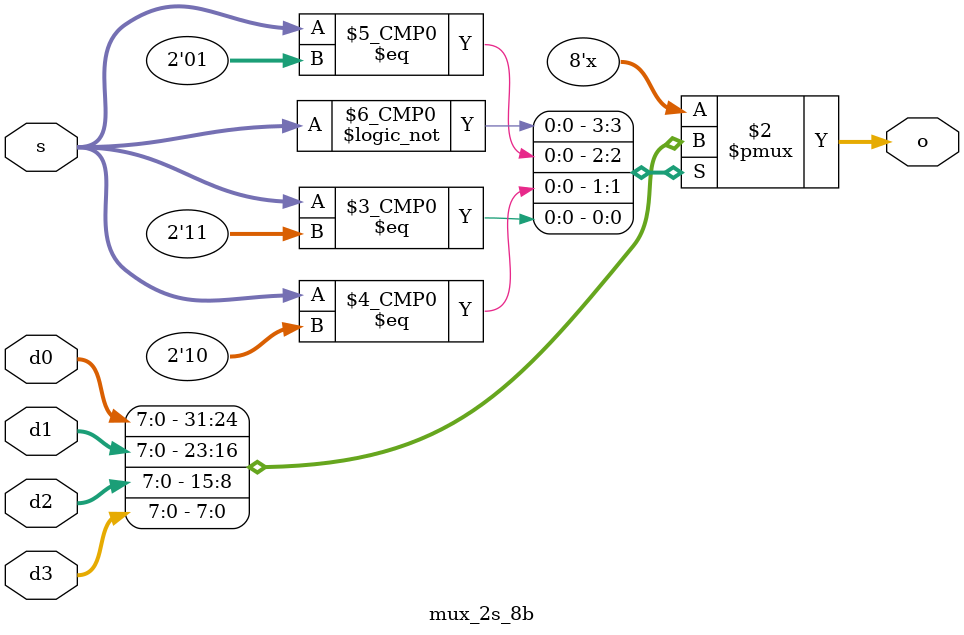
<source format=v>
module mux_2s_8b(
  input [1:0] s,
  input [7:0] d0,d1,d2,d3,
  output reg [7:0] o);
  
always @(*) begin
  
    case(s)
      2'b00: o=d0;
      2'b01: o=d1;
      2'b10: o=d2;
      2'b11: o=d3;
    
    endcase

  end 

endmodule
</source>
